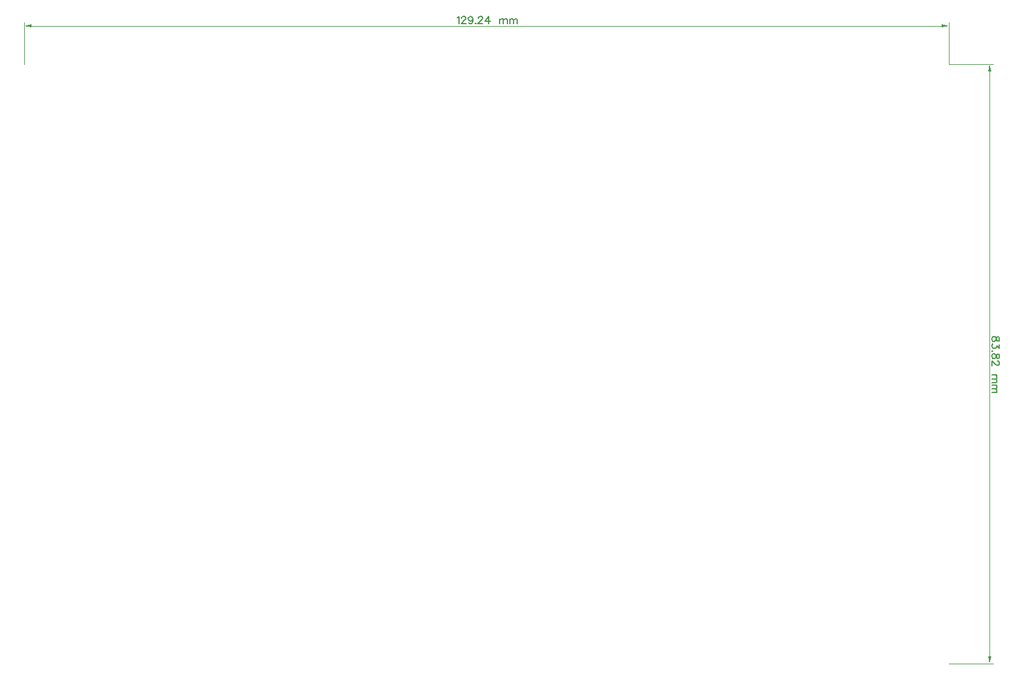
<source format=gbr>
G04 DipTrace 2.3.1.0*
%INTopDimension.gbr*%
%MOIN*%
%ADD13C,0.0014*%
%ADD124C,0.0062*%
%FSLAX44Y44*%
G04*
G70*
G90*
G75*
G01*
%LNTopDimension*%
%LPD*%
X3937Y36937D2*
D13*
Y39243D1*
X54817Y36937D2*
Y39243D1*
X29377Y39046D2*
X4331D1*
G36*
X3937D2*
X4331Y39125D1*
Y38967D1*
X3937Y39046D1*
G37*
X29377D2*
D13*
X54423D1*
G36*
X54817D2*
X54423Y38967D1*
Y39125D1*
X54817Y39046D1*
G37*
Y3937D2*
D13*
X57266D1*
X54817Y36937D2*
X57266D1*
X57069Y20437D2*
Y4331D1*
G36*
Y3937D2*
X56991Y4331D1*
X57148D1*
X57069Y3937D1*
G37*
Y20437D2*
D13*
Y36543D1*
G36*
Y36937D2*
X57148Y36543D1*
X56991D1*
X57069Y36937D1*
G37*
X27757Y39493D2*
D124*
X27795Y39513D1*
X27853Y39570D1*
Y39168D1*
X27996Y39474D2*
Y39493D1*
X28015Y39532D1*
X28034Y39551D1*
X28072Y39570D1*
X28149D1*
X28187Y39551D1*
X28206Y39532D1*
X28225Y39493D1*
Y39455D1*
X28206Y39417D1*
X28168Y39360D1*
X27976Y39168D1*
X28244D1*
X28617Y39436D2*
X28597Y39379D1*
X28559Y39340D1*
X28502Y39321D1*
X28483D1*
X28425Y39340D1*
X28387Y39379D1*
X28368Y39436D1*
Y39455D1*
X28387Y39513D1*
X28425Y39551D1*
X28483Y39570D1*
X28502D1*
X28559Y39551D1*
X28597Y39513D1*
X28617Y39436D1*
Y39340D1*
X28597Y39245D1*
X28559Y39187D1*
X28502Y39168D1*
X28464D1*
X28406Y39187D1*
X28387Y39226D1*
X28759Y39207D2*
X28740Y39187D1*
X28759Y39168D1*
X28779Y39187D1*
X28759Y39207D1*
X28922Y39474D2*
Y39493D1*
X28941Y39532D1*
X28960Y39551D1*
X28998Y39570D1*
X29075D1*
X29113Y39551D1*
X29132Y39532D1*
X29151Y39493D1*
Y39455D1*
X29132Y39417D1*
X29094Y39360D1*
X28902Y39168D1*
X29170D1*
X29485D2*
Y39570D1*
X29294Y39302D1*
X29580D1*
X30093Y39436D2*
Y39168D1*
Y39360D2*
X30150Y39417D1*
X30189Y39436D1*
X30246D1*
X30284Y39417D1*
X30303Y39360D1*
Y39168D1*
Y39360D2*
X30361Y39417D1*
X30399Y39436D1*
X30456D1*
X30495Y39417D1*
X30514Y39360D1*
Y39168D1*
X30638Y39436D2*
Y39168D1*
Y39360D2*
X30695Y39417D1*
X30734Y39436D1*
X30791D1*
X30829Y39417D1*
X30848Y39360D1*
Y39168D1*
Y39360D2*
X30906Y39417D1*
X30944Y39436D1*
X31001D1*
X31040Y39417D1*
X31059Y39360D1*
Y39168D1*
X57593Y21852D2*
X57574Y21909D1*
X57536Y21928D1*
X57497D1*
X57459Y21909D1*
X57440Y21871D1*
X57421Y21794D1*
X57402Y21737D1*
X57363Y21699D1*
X57325Y21680D1*
X57268D1*
X57230Y21699D1*
X57210Y21718D1*
X57191Y21775D1*
Y21852D1*
X57210Y21909D1*
X57230Y21928D1*
X57268Y21947D1*
X57325D1*
X57363Y21928D1*
X57402Y21890D1*
X57421Y21833D1*
X57440Y21756D1*
X57459Y21718D1*
X57497Y21699D1*
X57536D1*
X57574Y21718D1*
X57593Y21775D1*
Y21852D1*
Y21518D2*
Y21308D1*
X57440Y21422D1*
Y21365D1*
X57421Y21327D1*
X57402Y21308D1*
X57344Y21288D1*
X57306D1*
X57249Y21308D1*
X57210Y21346D1*
X57191Y21403D1*
Y21461D1*
X57210Y21518D1*
X57230Y21537D1*
X57268Y21556D1*
X57230Y21146D2*
X57210Y21165D1*
X57191Y21146D1*
X57210Y21126D1*
X57230Y21146D1*
X57593Y20907D2*
X57574Y20964D1*
X57536Y20984D1*
X57497D1*
X57459Y20964D1*
X57440Y20926D1*
X57421Y20850D1*
X57402Y20792D1*
X57363Y20754D1*
X57325Y20735D1*
X57268D1*
X57230Y20754D1*
X57210Y20773D1*
X57191Y20831D1*
Y20907D1*
X57210Y20964D1*
X57230Y20984D1*
X57268Y21003D1*
X57325D1*
X57363Y20984D1*
X57402Y20945D1*
X57421Y20888D1*
X57440Y20812D1*
X57459Y20773D1*
X57497Y20754D1*
X57536D1*
X57574Y20773D1*
X57593Y20831D1*
Y20907D1*
X57497Y20592D2*
X57516D1*
X57555Y20573D1*
X57574Y20554D1*
X57593Y20516D1*
Y20439D1*
X57574Y20401D1*
X57555Y20382D1*
X57516Y20363D1*
X57478D1*
X57440Y20382D1*
X57383Y20420D1*
X57191Y20612D1*
Y20344D1*
X57459Y19831D2*
X57191D1*
X57383D2*
X57440Y19774D1*
X57459Y19735D1*
Y19678D1*
X57440Y19640D1*
X57383Y19621D1*
X57191D1*
X57383D2*
X57440Y19563D1*
X57459Y19525D1*
Y19468D1*
X57440Y19429D1*
X57383Y19410D1*
X57191D1*
X57459Y19287D2*
X57191D1*
X57383D2*
X57440Y19229D1*
X57459Y19191D1*
Y19134D1*
X57440Y19095D1*
X57383Y19076D1*
X57191D1*
X57383D2*
X57440Y19019D1*
X57459Y18980D1*
Y18923D1*
X57440Y18885D1*
X57383Y18865D1*
X57191D1*
M02*

</source>
